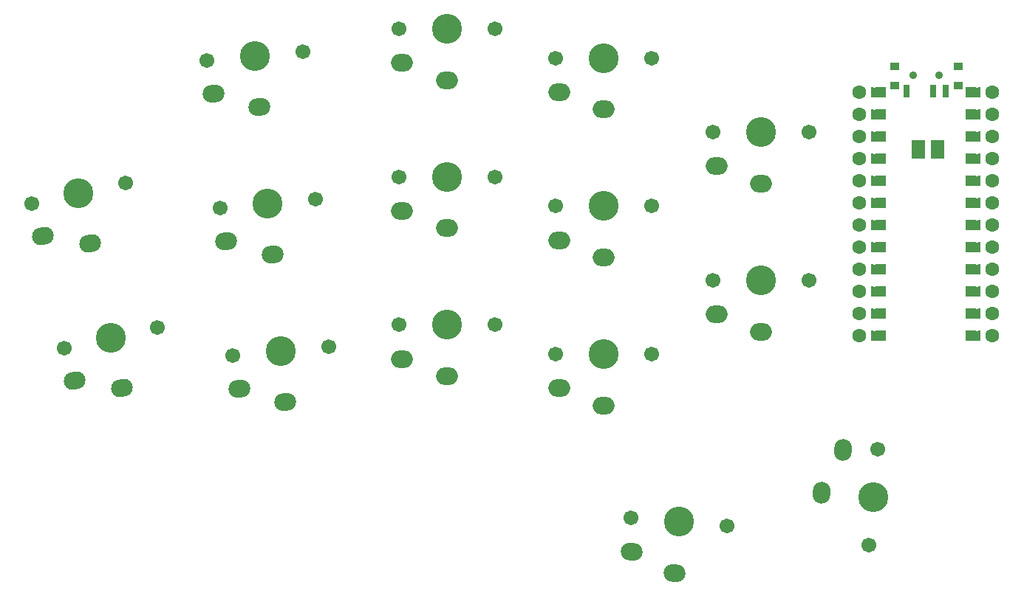
<source format=gbr>
G04 #@! TF.GenerationSoftware,KiCad,Pcbnew,6.0.0-d3dd2cf0fa~116~ubuntu20.04.1*
G04 #@! TF.CreationDate,2022-01-06T00:01:34-05:00*
G04 #@! TF.ProjectId,30,33302e6b-6963-4616-945f-706362585858,0.1*
G04 #@! TF.SameCoordinates,Original*
G04 #@! TF.FileFunction,Soldermask,Bot*
G04 #@! TF.FilePolarity,Negative*
%FSLAX46Y46*%
G04 Gerber Fmt 4.6, Leading zero omitted, Abs format (unit mm)*
G04 Created by KiCad (PCBNEW 6.0.0-d3dd2cf0fa~116~ubuntu20.04.1) date 2022-01-06 00:01:34*
%MOMM*%
%LPD*%
G01*
G04 APERTURE LIST*
G04 Aperture macros list*
%AMHorizOval*
0 Thick line with rounded ends*
0 $1 width*
0 $2 $3 position (X,Y) of the first rounded end (center of the circle)*
0 $4 $5 position (X,Y) of the second rounded end (center of the circle)*
0 Add line between two ends*
20,1,$1,$2,$3,$4,$5,0*
0 Add two circle primitives to create the rounded ends*
1,1,$1,$2,$3*
1,1,$1,$4,$5*%
%AMFreePoly0*
4,1,6,0.600000,0.200000,0.000000,-0.400000,-0.600000,0.200000,-0.600000,0.400000,0.600000,0.400000,0.600000,0.200000,0.600000,0.200000,$1*%
%AMFreePoly1*
4,1,6,0.600000,-0.250000,-0.600000,-0.250000,-0.600000,1.000000,0.000000,0.400000,0.600000,1.000000,0.600000,-0.250000,0.600000,-0.250000,$1*%
G04 Aperture macros list end*
%ADD10C,0.100000*%
%ADD11C,1.701800*%
%ADD12C,3.429000*%
%ADD13HorizOval,2.000000X0.244074X0.054110X-0.244074X-0.054110X0*%
%ADD14HorizOval,2.000000X0.249049X0.021789X-0.249049X-0.021789X0*%
%ADD15O,2.500000X2.000000*%
%ADD16HorizOval,2.000000X0.249049X-0.021789X-0.249049X0.021789X0*%
%ADD17HorizOval,2.000000X-0.021789X-0.249049X0.021789X0.249049X0*%
%ADD18C,1.600000*%
%ADD19FreePoly0,270.000000*%
%ADD20FreePoly0,90.000000*%
%ADD21FreePoly1,90.000000*%
%ADD22FreePoly1,270.000000*%
%ADD23C,0.900000*%
G04 APERTURE END LIST*
D10*
X132523000Y-69866000D02*
X132523000Y-71866000D01*
X132523000Y-71866000D02*
X133923000Y-71866000D01*
X133923000Y-71866000D02*
X133923000Y-69866000D01*
X133923000Y-69866000D02*
X132523000Y-69866000D01*
G36*
X133923000Y-71866000D02*
G01*
X132523000Y-71866000D01*
X132523000Y-69866000D01*
X133923000Y-69866000D01*
X133923000Y-71866000D01*
G37*
X133923000Y-71866000D02*
X132523000Y-71866000D01*
X132523000Y-69866000D01*
X133923000Y-69866000D01*
X133923000Y-71866000D01*
X134723000Y-69866000D02*
X134723000Y-71866000D01*
X134723000Y-71866000D02*
X136123000Y-71866000D01*
X136123000Y-71866000D02*
X136123000Y-69866000D01*
X136123000Y-69866000D02*
X134723000Y-69866000D01*
G36*
X136123000Y-71866000D02*
G01*
X134723000Y-71866000D01*
X134723000Y-69866000D01*
X136123000Y-69866000D01*
X136123000Y-71866000D01*
G37*
X136123000Y-71866000D02*
X134723000Y-71866000D01*
X134723000Y-69866000D01*
X136123000Y-69866000D01*
X136123000Y-71866000D01*
X129059009Y-66366446D02*
X129059009Y-67382446D01*
X129059009Y-67382446D02*
X128043009Y-67382446D01*
X128043009Y-67382446D02*
X128043009Y-66366446D01*
X128043009Y-66366446D02*
X129059009Y-66366446D01*
G36*
X129059009Y-67382446D02*
G01*
X128043009Y-67382446D01*
X128043009Y-66366446D01*
X129059009Y-66366446D01*
X129059009Y-67382446D01*
G37*
X129059009Y-67382446D02*
X128043009Y-67382446D01*
X128043009Y-66366446D01*
X129059009Y-66366446D01*
X129059009Y-67382446D01*
X129059009Y-73986446D02*
X129059009Y-75002446D01*
X129059009Y-75002446D02*
X128043009Y-75002446D01*
X128043009Y-75002446D02*
X128043009Y-73986446D01*
X128043009Y-73986446D02*
X129059009Y-73986446D01*
G36*
X129059009Y-75002446D02*
G01*
X128043009Y-75002446D01*
X128043009Y-73986446D01*
X129059009Y-73986446D01*
X129059009Y-75002446D01*
G37*
X129059009Y-75002446D02*
X128043009Y-75002446D01*
X128043009Y-73986446D01*
X129059009Y-73986446D01*
X129059009Y-75002446D01*
X129059009Y-91766446D02*
X129059009Y-92782446D01*
X129059009Y-92782446D02*
X128043009Y-92782446D01*
X128043009Y-92782446D02*
X128043009Y-91766446D01*
X128043009Y-91766446D02*
X129059009Y-91766446D01*
G36*
X129059009Y-92782446D02*
G01*
X128043009Y-92782446D01*
X128043009Y-91766446D01*
X129059009Y-91766446D01*
X129059009Y-92782446D01*
G37*
X129059009Y-92782446D02*
X128043009Y-92782446D01*
X128043009Y-91766446D01*
X129059009Y-91766446D01*
X129059009Y-92782446D01*
X129059009Y-76526446D02*
X129059009Y-77542446D01*
X129059009Y-77542446D02*
X128043009Y-77542446D01*
X128043009Y-77542446D02*
X128043009Y-76526446D01*
X128043009Y-76526446D02*
X129059009Y-76526446D01*
G36*
X129059009Y-77542446D02*
G01*
X128043009Y-77542446D01*
X128043009Y-76526446D01*
X129059009Y-76526446D01*
X129059009Y-77542446D01*
G37*
X129059009Y-77542446D02*
X128043009Y-77542446D01*
X128043009Y-76526446D01*
X129059009Y-76526446D01*
X129059009Y-77542446D01*
X139219009Y-75002446D02*
X139219009Y-73986446D01*
X139219009Y-73986446D02*
X140235009Y-73986446D01*
X140235009Y-73986446D02*
X140235009Y-75002446D01*
X140235009Y-75002446D02*
X139219009Y-75002446D01*
G36*
X140235009Y-75002446D02*
G01*
X139219009Y-75002446D01*
X139219009Y-73986446D01*
X140235009Y-73986446D01*
X140235009Y-75002446D01*
G37*
X140235009Y-75002446D02*
X139219009Y-75002446D01*
X139219009Y-73986446D01*
X140235009Y-73986446D01*
X140235009Y-75002446D01*
X139219009Y-67382446D02*
X139219009Y-66366446D01*
X139219009Y-66366446D02*
X140235009Y-66366446D01*
X140235009Y-66366446D02*
X140235009Y-67382446D01*
X140235009Y-67382446D02*
X139219009Y-67382446D01*
G36*
X140235009Y-67382446D02*
G01*
X139219009Y-67382446D01*
X139219009Y-66366446D01*
X140235009Y-66366446D01*
X140235009Y-67382446D01*
G37*
X140235009Y-67382446D02*
X139219009Y-67382446D01*
X139219009Y-66366446D01*
X140235009Y-66366446D01*
X140235009Y-67382446D01*
X129059009Y-63826446D02*
X129059009Y-64842446D01*
X129059009Y-64842446D02*
X128043009Y-64842446D01*
X128043009Y-64842446D02*
X128043009Y-63826446D01*
X128043009Y-63826446D02*
X129059009Y-63826446D01*
G36*
X129059009Y-64842446D02*
G01*
X128043009Y-64842446D01*
X128043009Y-63826446D01*
X129059009Y-63826446D01*
X129059009Y-64842446D01*
G37*
X129059009Y-64842446D02*
X128043009Y-64842446D01*
X128043009Y-63826446D01*
X129059009Y-63826446D01*
X129059009Y-64842446D01*
X129059009Y-68906446D02*
X129059009Y-69922446D01*
X129059009Y-69922446D02*
X128043009Y-69922446D01*
X128043009Y-69922446D02*
X128043009Y-68906446D01*
X128043009Y-68906446D02*
X129059009Y-68906446D01*
G36*
X129059009Y-69922446D02*
G01*
X128043009Y-69922446D01*
X128043009Y-68906446D01*
X129059009Y-68906446D01*
X129059009Y-69922446D01*
G37*
X129059009Y-69922446D02*
X128043009Y-69922446D01*
X128043009Y-68906446D01*
X129059009Y-68906446D01*
X129059009Y-69922446D01*
X139219009Y-92782446D02*
X139219009Y-91766446D01*
X139219009Y-91766446D02*
X140235009Y-91766446D01*
X140235009Y-91766446D02*
X140235009Y-92782446D01*
X140235009Y-92782446D02*
X139219009Y-92782446D01*
G36*
X140235009Y-92782446D02*
G01*
X139219009Y-92782446D01*
X139219009Y-91766446D01*
X140235009Y-91766446D01*
X140235009Y-92782446D01*
G37*
X140235009Y-92782446D02*
X139219009Y-92782446D01*
X139219009Y-91766446D01*
X140235009Y-91766446D01*
X140235009Y-92782446D01*
X129059009Y-81606446D02*
X129059009Y-82622446D01*
X129059009Y-82622446D02*
X128043009Y-82622446D01*
X128043009Y-82622446D02*
X128043009Y-81606446D01*
X128043009Y-81606446D02*
X129059009Y-81606446D01*
G36*
X129059009Y-82622446D02*
G01*
X128043009Y-82622446D01*
X128043009Y-81606446D01*
X129059009Y-81606446D01*
X129059009Y-82622446D01*
G37*
X129059009Y-82622446D02*
X128043009Y-82622446D01*
X128043009Y-81606446D01*
X129059009Y-81606446D01*
X129059009Y-82622446D01*
X139219009Y-77542446D02*
X139219009Y-76526446D01*
X139219009Y-76526446D02*
X140235009Y-76526446D01*
X140235009Y-76526446D02*
X140235009Y-77542446D01*
X140235009Y-77542446D02*
X139219009Y-77542446D01*
G36*
X140235009Y-77542446D02*
G01*
X139219009Y-77542446D01*
X139219009Y-76526446D01*
X140235009Y-76526446D01*
X140235009Y-77542446D01*
G37*
X140235009Y-77542446D02*
X139219009Y-77542446D01*
X139219009Y-76526446D01*
X140235009Y-76526446D01*
X140235009Y-77542446D01*
X139219009Y-90242446D02*
X139219009Y-89226446D01*
X139219009Y-89226446D02*
X140235009Y-89226446D01*
X140235009Y-89226446D02*
X140235009Y-90242446D01*
X140235009Y-90242446D02*
X139219009Y-90242446D01*
G36*
X140235009Y-90242446D02*
G01*
X139219009Y-90242446D01*
X139219009Y-89226446D01*
X140235009Y-89226446D01*
X140235009Y-90242446D01*
G37*
X140235009Y-90242446D02*
X139219009Y-90242446D01*
X139219009Y-89226446D01*
X140235009Y-89226446D01*
X140235009Y-90242446D01*
X139219009Y-69922446D02*
X139219009Y-68906446D01*
X139219009Y-68906446D02*
X140235009Y-68906446D01*
X140235009Y-68906446D02*
X140235009Y-69922446D01*
X140235009Y-69922446D02*
X139219009Y-69922446D01*
G36*
X140235009Y-69922446D02*
G01*
X139219009Y-69922446D01*
X139219009Y-68906446D01*
X140235009Y-68906446D01*
X140235009Y-69922446D01*
G37*
X140235009Y-69922446D02*
X139219009Y-69922446D01*
X139219009Y-68906446D01*
X140235009Y-68906446D01*
X140235009Y-69922446D01*
X129059009Y-71446446D02*
X129059009Y-72462446D01*
X129059009Y-72462446D02*
X128043009Y-72462446D01*
X128043009Y-72462446D02*
X128043009Y-71446446D01*
X128043009Y-71446446D02*
X129059009Y-71446446D01*
G36*
X129059009Y-72462446D02*
G01*
X128043009Y-72462446D01*
X128043009Y-71446446D01*
X129059009Y-71446446D01*
X129059009Y-72462446D01*
G37*
X129059009Y-72462446D02*
X128043009Y-72462446D01*
X128043009Y-71446446D01*
X129059009Y-71446446D01*
X129059009Y-72462446D01*
X139219009Y-80082446D02*
X139219009Y-79066446D01*
X139219009Y-79066446D02*
X140235009Y-79066446D01*
X140235009Y-79066446D02*
X140235009Y-80082446D01*
X140235009Y-80082446D02*
X139219009Y-80082446D01*
G36*
X140235009Y-80082446D02*
G01*
X139219009Y-80082446D01*
X139219009Y-79066446D01*
X140235009Y-79066446D01*
X140235009Y-80082446D01*
G37*
X140235009Y-80082446D02*
X139219009Y-80082446D01*
X139219009Y-79066446D01*
X140235009Y-79066446D01*
X140235009Y-80082446D01*
X139219009Y-72462446D02*
X139219009Y-71446446D01*
X139219009Y-71446446D02*
X140235009Y-71446446D01*
X140235009Y-71446446D02*
X140235009Y-72462446D01*
X140235009Y-72462446D02*
X139219009Y-72462446D01*
G36*
X140235009Y-72462446D02*
G01*
X139219009Y-72462446D01*
X139219009Y-71446446D01*
X140235009Y-71446446D01*
X140235009Y-72462446D01*
G37*
X140235009Y-72462446D02*
X139219009Y-72462446D01*
X139219009Y-71446446D01*
X140235009Y-71446446D01*
X140235009Y-72462446D01*
X139219009Y-87702446D02*
X139219009Y-86686446D01*
X139219009Y-86686446D02*
X140235009Y-86686446D01*
X140235009Y-86686446D02*
X140235009Y-87702446D01*
X140235009Y-87702446D02*
X139219009Y-87702446D01*
G36*
X140235009Y-87702446D02*
G01*
X139219009Y-87702446D01*
X139219009Y-86686446D01*
X140235009Y-86686446D01*
X140235009Y-87702446D01*
G37*
X140235009Y-87702446D02*
X139219009Y-87702446D01*
X139219009Y-86686446D01*
X140235009Y-86686446D01*
X140235009Y-87702446D01*
X139219009Y-64842446D02*
X139219009Y-63826446D01*
X139219009Y-63826446D02*
X140235009Y-63826446D01*
X140235009Y-63826446D02*
X140235009Y-64842446D01*
X140235009Y-64842446D02*
X139219009Y-64842446D01*
G36*
X140235009Y-64842446D02*
G01*
X139219009Y-64842446D01*
X139219009Y-63826446D01*
X140235009Y-63826446D01*
X140235009Y-64842446D01*
G37*
X140235009Y-64842446D02*
X139219009Y-64842446D01*
X139219009Y-63826446D01*
X140235009Y-63826446D01*
X140235009Y-64842446D01*
X129059009Y-79066446D02*
X129059009Y-80082446D01*
X129059009Y-80082446D02*
X128043009Y-80082446D01*
X128043009Y-80082446D02*
X128043009Y-79066446D01*
X128043009Y-79066446D02*
X129059009Y-79066446D01*
G36*
X129059009Y-80082446D02*
G01*
X128043009Y-80082446D01*
X128043009Y-79066446D01*
X129059009Y-79066446D01*
X129059009Y-80082446D01*
G37*
X129059009Y-80082446D02*
X128043009Y-80082446D01*
X128043009Y-79066446D01*
X129059009Y-79066446D01*
X129059009Y-80082446D01*
X129059009Y-86686446D02*
X129059009Y-87702446D01*
X129059009Y-87702446D02*
X128043009Y-87702446D01*
X128043009Y-87702446D02*
X128043009Y-86686446D01*
X128043009Y-86686446D02*
X129059009Y-86686446D01*
G36*
X129059009Y-87702446D02*
G01*
X128043009Y-87702446D01*
X128043009Y-86686446D01*
X129059009Y-86686446D01*
X129059009Y-87702446D01*
G37*
X129059009Y-87702446D02*
X128043009Y-87702446D01*
X128043009Y-86686446D01*
X129059009Y-86686446D01*
X129059009Y-87702446D01*
X139219009Y-82622446D02*
X139219009Y-81606446D01*
X139219009Y-81606446D02*
X140235009Y-81606446D01*
X140235009Y-81606446D02*
X140235009Y-82622446D01*
X140235009Y-82622446D02*
X139219009Y-82622446D01*
G36*
X140235009Y-82622446D02*
G01*
X139219009Y-82622446D01*
X139219009Y-81606446D01*
X140235009Y-81606446D01*
X140235009Y-82622446D01*
G37*
X140235009Y-82622446D02*
X139219009Y-82622446D01*
X139219009Y-81606446D01*
X140235009Y-81606446D01*
X140235009Y-82622446D01*
X129059009Y-89226446D02*
X129059009Y-90242446D01*
X129059009Y-90242446D02*
X128043009Y-90242446D01*
X128043009Y-90242446D02*
X128043009Y-89226446D01*
X128043009Y-89226446D02*
X129059009Y-89226446D01*
G36*
X129059009Y-90242446D02*
G01*
X128043009Y-90242446D01*
X128043009Y-89226446D01*
X129059009Y-89226446D01*
X129059009Y-90242446D01*
G37*
X129059009Y-90242446D02*
X128043009Y-90242446D01*
X128043009Y-89226446D01*
X129059009Y-89226446D01*
X129059009Y-90242446D01*
X129059009Y-84146446D02*
X129059009Y-85162446D01*
X129059009Y-85162446D02*
X128043009Y-85162446D01*
X128043009Y-85162446D02*
X128043009Y-84146446D01*
X128043009Y-84146446D02*
X129059009Y-84146446D01*
G36*
X129059009Y-85162446D02*
G01*
X128043009Y-85162446D01*
X128043009Y-84146446D01*
X129059009Y-84146446D01*
X129059009Y-85162446D01*
G37*
X129059009Y-85162446D02*
X128043009Y-85162446D01*
X128043009Y-84146446D01*
X129059009Y-84146446D01*
X129059009Y-85162446D01*
X139219009Y-85162446D02*
X139219009Y-84146446D01*
X139219009Y-84146446D02*
X140235009Y-84146446D01*
X140235009Y-84146446D02*
X140235009Y-85162446D01*
X140235009Y-85162446D02*
X139219009Y-85162446D01*
G36*
X140235009Y-85162446D02*
G01*
X139219009Y-85162446D01*
X139219009Y-84146446D01*
X140235009Y-84146446D01*
X140235009Y-85162446D01*
G37*
X140235009Y-85162446D02*
X139219009Y-85162446D01*
X139219009Y-84146446D01*
X140235009Y-84146446D01*
X140235009Y-85162446D01*
X136097486Y-63491256D02*
X136097486Y-64891256D01*
X136097486Y-64891256D02*
X136697486Y-64891256D01*
X136697486Y-64891256D02*
X136697486Y-63491256D01*
X136697486Y-63491256D02*
X136097486Y-63491256D01*
G36*
X136697486Y-64891256D02*
G01*
X136097486Y-64891256D01*
X136097486Y-63491256D01*
X136697486Y-63491256D01*
X136697486Y-64891256D01*
G37*
X136697486Y-64891256D02*
X136097486Y-64891256D01*
X136097486Y-63491256D01*
X136697486Y-63491256D01*
X136697486Y-64891256D01*
X131597486Y-63491256D02*
X131597486Y-64891256D01*
X131597486Y-64891256D02*
X132197486Y-64891256D01*
X132197486Y-64891256D02*
X132197486Y-63491256D01*
X132197486Y-63491256D02*
X131597486Y-63491256D01*
G36*
X132197486Y-64891256D02*
G01*
X131597486Y-64891256D01*
X131597486Y-63491256D01*
X132197486Y-63491256D01*
X132197486Y-64891256D01*
G37*
X132197486Y-64891256D02*
X131597486Y-64891256D01*
X131597486Y-63491256D01*
X132197486Y-63491256D01*
X132197486Y-64891256D01*
X137347486Y-60991256D02*
X137347486Y-61691256D01*
X137347486Y-61691256D02*
X138247486Y-61691256D01*
X138247486Y-61691256D02*
X138247486Y-60991256D01*
X138247486Y-60991256D02*
X137347486Y-60991256D01*
G36*
X138247486Y-61691256D02*
G01*
X137347486Y-61691256D01*
X137347486Y-60991256D01*
X138247486Y-60991256D01*
X138247486Y-61691256D01*
G37*
X138247486Y-61691256D02*
X137347486Y-61691256D01*
X137347486Y-60991256D01*
X138247486Y-60991256D01*
X138247486Y-61691256D01*
X134597486Y-63491256D02*
X134597486Y-64891256D01*
X134597486Y-64891256D02*
X135197486Y-64891256D01*
X135197486Y-64891256D02*
X135197486Y-63491256D01*
X135197486Y-63491256D02*
X134597486Y-63491256D01*
G36*
X135197486Y-64891256D02*
G01*
X134597486Y-64891256D01*
X134597486Y-63491256D01*
X135197486Y-63491256D01*
X135197486Y-64891256D01*
G37*
X135197486Y-64891256D02*
X134597486Y-64891256D01*
X134597486Y-63491256D01*
X135197486Y-63491256D01*
X135197486Y-64891256D01*
X130047486Y-60991256D02*
X130047486Y-61691256D01*
X130047486Y-61691256D02*
X130947486Y-61691256D01*
X130947486Y-61691256D02*
X130947486Y-60991256D01*
X130947486Y-60991256D02*
X130047486Y-60991256D01*
G36*
X130947486Y-61691256D02*
G01*
X130047486Y-61691256D01*
X130047486Y-60991256D01*
X130947486Y-60991256D01*
X130947486Y-61691256D01*
G37*
X130947486Y-61691256D02*
X130047486Y-61691256D01*
X130047486Y-60991256D01*
X130947486Y-60991256D01*
X130947486Y-61691256D01*
X137347486Y-63191256D02*
X137347486Y-63891256D01*
X137347486Y-63891256D02*
X138247486Y-63891256D01*
X138247486Y-63891256D02*
X138247486Y-63191256D01*
X138247486Y-63191256D02*
X137347486Y-63191256D01*
G36*
X138247486Y-63891256D02*
G01*
X137347486Y-63891256D01*
X137347486Y-63191256D01*
X138247486Y-63191256D01*
X138247486Y-63891256D01*
G37*
X138247486Y-63891256D02*
X137347486Y-63891256D01*
X137347486Y-63191256D01*
X138247486Y-63191256D01*
X138247486Y-63891256D01*
X130047486Y-63191256D02*
X130047486Y-63891256D01*
X130047486Y-63891256D02*
X130947486Y-63891256D01*
X130947486Y-63891256D02*
X130947486Y-63191256D01*
X130947486Y-63191256D02*
X130047486Y-63191256D01*
G36*
X130947486Y-63891256D02*
G01*
X130047486Y-63891256D01*
X130047486Y-63191256D01*
X130947486Y-63191256D01*
X130947486Y-63891256D01*
G37*
X130947486Y-63891256D02*
X130047486Y-63891256D01*
X130047486Y-63191256D01*
X130947486Y-63191256D01*
X130947486Y-63891256D01*
D11*
X31674953Y-77114146D03*
X42414209Y-74733310D03*
D12*
X37044581Y-75923728D03*
D13*
X32909586Y-80835124D03*
X38321575Y-81683874D03*
D12*
X57238860Y-60190585D03*
D11*
X51759789Y-60669942D03*
X62717931Y-59711228D03*
D14*
X52498174Y-64520239D03*
X57753079Y-66068134D03*
D11*
X73730000Y-57058851D03*
X84730000Y-57058851D03*
D12*
X79230000Y-57058851D03*
D15*
X74130000Y-60958851D03*
X79230000Y-62958851D03*
D12*
X97233086Y-60427567D03*
D11*
X91733086Y-60427567D03*
X102733086Y-60427567D03*
D15*
X92133086Y-64327567D03*
X97233086Y-66327567D03*
D11*
X120733089Y-68927570D03*
D12*
X115233089Y-68927570D03*
D11*
X109733089Y-68927570D03*
D15*
X110133089Y-72827570D03*
X115233089Y-74827570D03*
D11*
X46093685Y-91330336D03*
D12*
X40724057Y-92520754D03*
D11*
X35354429Y-93711172D03*
D13*
X36589062Y-97432150D03*
X42001051Y-98280900D03*
D11*
X53241431Y-77605258D03*
X64199573Y-76646544D03*
D12*
X58720502Y-77125901D03*
D14*
X53979816Y-81455555D03*
X59234721Y-83003450D03*
D12*
X79230000Y-74058851D03*
D11*
X84730000Y-74058851D03*
X73730000Y-74058851D03*
D15*
X74130000Y-77958851D03*
X79230000Y-79958851D03*
D11*
X102733086Y-77427564D03*
X91733086Y-77427564D03*
D12*
X97233086Y-77427564D03*
D15*
X92133086Y-81327564D03*
X97233086Y-83327564D03*
D11*
X109733089Y-85927569D03*
X120733089Y-85927569D03*
D12*
X115233089Y-85927569D03*
D15*
X110133089Y-89827569D03*
X115233089Y-91827569D03*
D12*
X60202150Y-94061209D03*
D11*
X54723079Y-94540566D03*
X65681221Y-93581852D03*
D14*
X55461464Y-98390863D03*
X60716369Y-99938758D03*
D12*
X79230000Y-91058862D03*
D11*
X84730000Y-91058862D03*
X73730000Y-91058862D03*
D15*
X74130000Y-94958862D03*
X79230000Y-96958862D03*
D11*
X91733086Y-94427566D03*
D12*
X97233086Y-94427566D03*
D11*
X102733086Y-94427566D03*
D15*
X92133086Y-98327566D03*
X97233086Y-100327566D03*
D11*
X111302935Y-114125535D03*
X100344793Y-113166821D03*
D12*
X105823864Y-113646178D03*
D16*
X100403364Y-117086843D03*
X105309645Y-119523727D03*
D11*
X128577587Y-105347526D03*
D12*
X128098230Y-110826597D03*
D11*
X127618873Y-116305668D03*
D17*
X124657565Y-105406097D03*
X122220681Y-110312378D03*
D18*
X126519009Y-64334446D03*
X141759009Y-74494446D03*
D19*
X139981009Y-87194446D03*
D20*
X128297009Y-84654446D03*
D18*
X141759009Y-69414446D03*
D19*
X139981009Y-79574446D03*
D18*
X126519009Y-71954446D03*
X126519009Y-77034446D03*
D20*
X128297009Y-87194446D03*
X128297009Y-74494446D03*
D18*
X141759009Y-79574446D03*
D19*
X139981009Y-66874446D03*
D18*
X141759009Y-92274446D03*
D19*
X139981009Y-84654446D03*
D20*
X128297009Y-79574446D03*
X128297009Y-69414446D03*
D18*
X126519009Y-66874446D03*
X141759009Y-84654446D03*
D20*
X128297009Y-92274446D03*
D19*
X139981009Y-89734446D03*
D18*
X141759009Y-77034446D03*
D20*
X128297009Y-89734446D03*
D18*
X141759009Y-64334446D03*
D20*
X128297009Y-66874446D03*
D18*
X141759009Y-82114446D03*
X141759009Y-71954446D03*
X126519009Y-69414446D03*
X126519009Y-89734446D03*
D20*
X128297009Y-82114446D03*
D18*
X126519009Y-79574446D03*
D19*
X139981009Y-92274446D03*
D20*
X128297009Y-77034446D03*
D18*
X126519009Y-87194446D03*
D19*
X139981009Y-64334446D03*
D18*
X141759009Y-66874446D03*
D19*
X139981009Y-82114446D03*
X139981009Y-77034446D03*
X139981009Y-74494446D03*
D18*
X126519009Y-74494446D03*
D19*
X139981009Y-69414446D03*
D18*
X126519009Y-84654446D03*
X126519009Y-92274446D03*
X126519009Y-82114446D03*
D20*
X128297009Y-71954446D03*
D18*
X141759009Y-89734446D03*
D20*
X128297009Y-64334446D03*
D18*
X141759009Y-87194446D03*
D19*
X139981009Y-71954446D03*
D21*
X129313009Y-64334446D03*
X129313009Y-66874446D03*
X129313009Y-69414446D03*
X129313009Y-71954446D03*
X129313009Y-74494446D03*
X129313009Y-77034446D03*
X129313009Y-79574446D03*
X129313009Y-82114446D03*
X129313009Y-84654446D03*
X129313009Y-87194446D03*
X129313009Y-89734446D03*
X129313009Y-92274446D03*
D22*
X138965009Y-92274446D03*
X138965009Y-89734446D03*
X138965009Y-87194446D03*
X138965009Y-84654446D03*
X138965009Y-82114446D03*
X138965009Y-79574446D03*
X138965009Y-77034446D03*
X138965009Y-74494446D03*
X138965009Y-71954446D03*
X138965009Y-69414446D03*
X138965009Y-66874446D03*
X138965009Y-64334446D03*
D23*
X135647486Y-62441256D03*
X132647486Y-62441256D03*
X135647486Y-62441256D03*
X132647486Y-62441256D03*
M02*

</source>
